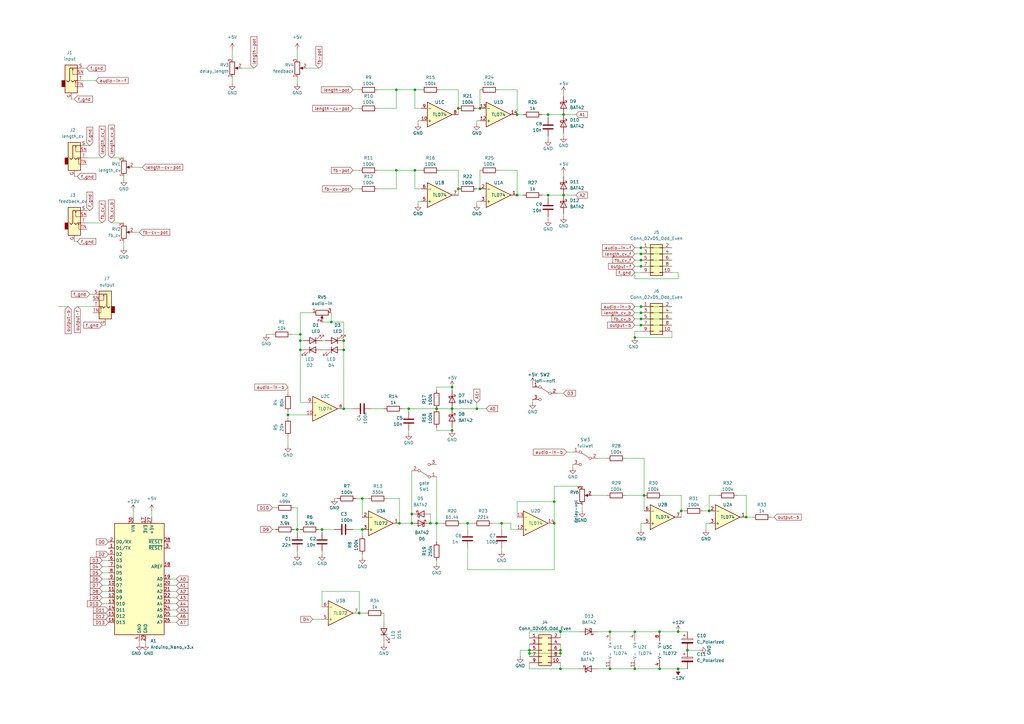
<source format=kicad_sch>
(kicad_sch (version 20231120) (generator "eeschema") (generator_version "8.0")
  (paper "A3")
  (title_block (title "No-fi delay") (rev "1.0") (company "Krakenpine"))
  (junction (at 140.97 143.51))
  (junction (at 212.09 80.01))
  (junction (at 185.42 176.53))
  (junction (at 179.07 214.63))
  (junction (at 231.14 80.01))
  (junction (at 278.13 259.08))
  (junction (at 168.91 214.63))
  (junction (at 196.85 77.47))
  (junction (at 250.19 274.32))
  (junction (at 217.17 267.97))
  (junction (at 167.64 167.64))
  (junction (at 260.35 138.43))
  (junction (at 205.74 214.63))
  (junction (at 224.79 46.99))
  (junction (at 262.89 101.6))
  (junction (at 135.89 132.08))
  (junction (at 262.89 106.68))
  (junction (at 262.89 128.27))
  (junction (at 217.17 266.7))
  (junction (at 262.89 133.35))
  (junction (at 262.89 104.14))
  (junction (at 123.19 143.51))
  (junction (at 123.19 139.7))
  (junction (at 224.79 80.01))
  (junction (at 290.83 209.55))
  (junction (at 162.56 36.83))
  (junction (at 281.94 266.7))
  (junction (at 229.87 259.08))
  (junction (at 140.97 167.64))
  (junction (at 278.13 274.32))
  (junction (at 227.33 214.63))
  (junction (at 195.58 167.64))
  (junction (at 306.07 212.09))
  (junction (at 260.35 274.32))
  (junction (at 168.91 210.82))
  (junction (at 260.35 259.08))
  (junction (at 148.59 217.17))
  (junction (at 170.18 69.85))
  (junction (at 132.08 217.17))
  (junction (at 262.89 125.73))
  (junction (at 229.87 266.7))
  (junction (at 123.19 137.16))
  (junction (at 176.53 214.63))
  (junction (at 147.32 251.46))
  (junction (at 185.42 167.64))
  (junction (at 262.89 130.81))
  (junction (at 250.19 259.08))
  (junction (at 264.16 203.2))
  (junction (at 179.07 167.64))
  (junction (at 262.89 109.22))
  (junction (at 227.33 205.74))
  (junction (at 118.11 170.18))
  (junction (at 140.97 139.7))
  (junction (at 229.87 274.32))
  (junction (at 148.59 204.47))
  (junction (at 185.42 158.75))
  (junction (at 163.83 214.63))
  (junction (at 187.96 77.47))
  (junction (at 231.14 46.99))
  (junction (at 187.96 44.45))
  (junction (at 229.87 267.97))
  (junction (at 279.4 209.55))
  (junction (at 170.18 36.83))
  (junction (at 121.92 217.17))
  (junction (at 191.77 214.63))
  (junction (at 162.56 69.85))
  (junction (at 196.85 44.45))
  (junction (at 270.51 274.32))
  (junction (at 270.51 259.08))
  (junction (at 212.09 46.99))
  (wire (pts (xy 119.38 137.16) (xy 123.19 137.16)))
  (wire (pts (xy 229.87 267.97) (xy 229.87 266.7)))
  (wire (pts (xy 185.42 158.75) (xy 185.42 160.02)))
  (wire (pts (xy 260.35 106.68) (xy 262.89 106.68)))
  (wire (pts (xy 140.97 167.64) (xy 144.78 167.64)))
  (wire (pts (xy 179.07 176.53) (xy 185.42 176.53)))
  (wire (pts (xy 209.55 217.17) (xy 209.55 214.63)))
  (wire (pts (xy 224.79 80.01) (xy 224.79 81.28)))
  (wire (pts (xy 262.89 106.68) (xy 275.59 106.68)))
  (wire (pts (xy 195.58 49.53) (xy 195.58 50.8)))
  (wire (pts (xy 38.1 125.73) (xy 31.75 125.73)))
  (wire (pts (xy 69.85 237.49) (xy 72.39 237.49)))
  (wire (pts (xy 278.13 111.76) (xy 278.13 114.3)))
  (wire (pts (xy 264.16 187.96) (xy 264.16 203.2)))
  (wire (pts (xy 69.85 242.57) (xy 72.39 242.57)))
  (wire (pts (xy 245.11 259.08) (xy 250.19 259.08)))
  (wire (pts (xy 217.17 274.32) (xy 229.87 274.32)))
  (wire (pts (xy 163.83 204.47) (xy 163.83 214.63)))
  (wire (pts (xy 132.08 143.51) (xy 133.35 143.51)))
  (wire (pts (xy 167.64 167.64) (xy 167.64 168.91)))
  (wire (pts (xy 147.32 242.57) (xy 147.32 251.46)))
  (wire (pts (xy 231.14 71.12) (xy 231.14 72.39)))
  (wire (pts (xy 275.59 138.43) (xy 260.35 138.43)))
  (wire (pts (xy 148.59 204.47) (xy 151.13 204.47)))
  (wire (pts (xy 124.46 139.7) (xy 123.19 139.7)))
  (wire (pts (xy 290.83 209.55) (xy 290.83 203.2)))
  (wire (pts (xy 121.92 217.17) (xy 121.92 218.44)))
  (wire (pts (xy 41.91 229.87) (xy 44.45 229.87)))
  (wire (pts (xy 121.92 217.17) (xy 123.19 217.17)))
  (wire (pts (xy 180.34 69.85) (xy 187.96 69.85)))
  (wire (pts (xy 54.61 209.55) (xy 54.61 212.09)))
  (wire (pts (xy 118.11 168.91) (xy 118.11 170.18)))
  (wire (pts (xy 118.11 170.18) (xy 118.11 171.45)))
  (wire (pts (xy 217.17 267.97) (xy 229.87 267.97)))
  (wire (pts (xy 132.08 139.7) (xy 133.35 139.7)))
  (wire (pts (xy 154.94 77.47) (xy 162.56 77.47)))
  (wire (pts (xy 132.08 242.57) (xy 147.32 242.57)))
  (wire (pts (xy 238.76 209.55) (xy 238.76 207.01)))
  (wire (pts (xy 205.74 224.79) (xy 205.74 226.06)))
  (wire (pts (xy 179.07 175.26) (xy 179.07 176.53)))
  (wire (pts (xy 260.35 114.3) (xy 260.35 111.76)))
  (wire (pts (xy 196.85 36.83) (xy 196.85 44.45)))
  (wire (pts (xy 41.91 234.95) (xy 44.45 234.95)))
  (wire (pts (xy 262.89 109.22) (xy 275.59 109.22)))
  (wire (pts (xy 275.59 135.89) (xy 275.59 138.43)))
  (wire (pts (xy 218.44 157.48) (xy 218.44 158.75)))
  (wire (pts (xy 123.19 143.51) (xy 123.19 165.1)))
  (wire (pts (xy 162.56 69.85) (xy 170.18 69.85)))
  (wire (pts (xy 45.72 91.44) (xy 50.8 91.44)))
  (wire (pts (xy 204.47 69.85) (xy 212.09 69.85)))
  (wire (pts (xy 242.57 203.2) (xy 248.92 203.2)))
  (wire (pts (xy 250.19 274.32) (xy 260.35 274.32)))
  (wire (pts (xy 262.89 101.6) (xy 275.59 101.6)))
  (wire (pts (xy 288.29 209.55) (xy 290.83 209.55)))
  (wire (pts (xy 36.83 120.65) (xy 38.1 120.65)))
  (wire (pts (xy 191.77 233.68) (xy 227.33 233.68)))
  (wire (pts (xy 69.85 240.03) (xy 72.39 240.03)))
  (wire (pts (xy 35.56 91.44) (xy 41.91 91.44)))
  (wire (pts (xy 35.56 27.94) (xy 34.29 27.94)))
  (wire (pts (xy 278.13 274.32) (xy 281.94 274.32)))
  (wire (pts (xy 154.94 36.83) (xy 162.56 36.83)))
  (wire (pts (xy 144.78 77.47) (xy 147.32 77.47)))
  (wire (pts (xy 163.83 214.63) (xy 168.91 214.63)))
  (wire (pts (xy 278.13 259.08) (xy 281.94 259.08)))
  (wire (pts (xy 132.08 248.92) (xy 132.08 242.57)))
  (wire (pts (xy 170.18 44.45) (xy 172.72 44.45)))
  (wire (pts (xy 229.87 264.16) (xy 229.87 266.7)))
  (wire (pts (xy 212.09 212.09) (xy 212.09 205.74)))
  (wire (pts (xy 262.89 214.63) (xy 264.16 214.63)))
  (wire (pts (xy 229.87 267.97) (xy 229.87 269.24)))
  (wire (pts (xy 279.4 209.55) (xy 279.4 212.09)))
  (wire (pts (xy 260.35 104.14) (xy 262.89 104.14)))
  (wire (pts (xy 217.17 259.08) (xy 217.17 261.62)))
  (wire (pts (xy 195.58 82.55) (xy 195.58 83.82)))
  (wire (pts (xy 132.08 217.17) (xy 137.16 217.17)))
  (wire (pts (xy 140.97 132.08) (xy 140.97 139.7)))
  (wire (pts (xy 227.33 199.39) (xy 227.33 205.74)))
  (wire (pts (xy 195.58 44.45) (xy 196.85 44.45)))
  (wire (pts (xy 58.42 68.58) (xy 54.61 68.58)))
  (wire (pts (xy 238.76 199.39) (xy 227.33 199.39)))
  (wire (pts (xy 234.95 190.5) (xy 234.95 191.77)))
  (wire (pts (xy 165.1 167.64) (xy 167.64 167.64)))
  (wire (pts (xy 170.18 69.85) (xy 172.72 69.85)))
  (wire (pts (xy 41.91 245.11) (xy 44.45 245.11)))
  (wire (pts (xy 180.34 36.83) (xy 187.96 36.83)))
  (wire (pts (xy 229.87 261.62) (xy 229.87 259.08)))
  (wire (pts (xy 167.64 167.64) (xy 179.07 167.64)))
  (wire (pts (xy 289.56 214.63) (xy 290.83 214.63)))
  (wire (pts (xy 224.79 55.88) (xy 224.79 57.15)))
  (wire (pts (xy 275.59 111.76) (xy 278.13 111.76)))
  (wire (pts (xy 260.35 101.6) (xy 262.89 101.6)))
  (wire (pts (xy 109.22 137.16) (xy 111.76 137.16)))
  (wire (pts (xy 69.85 247.65) (xy 72.39 247.65)))
  (wire (pts (xy 95.25 34.29) (xy 95.25 31.75)))
  (wire (pts (xy 260.35 274.32) (xy 270.51 274.32)))
  (wire (pts (xy 245.11 274.32) (xy 250.19 274.32)))
  (wire (pts (xy 41.91 242.57) (xy 44.45 242.57)))
  (wire (pts (xy 250.19 259.08) (xy 260.35 259.08)))
  (wire (pts (xy 222.25 80.01) (xy 224.79 80.01)))
  (wire (pts (xy 217.17 264.16) (xy 217.17 266.7)))
  (wire (pts (xy 179.07 158.75) (xy 179.07 160.02)))
  (wire (pts (xy 179.07 214.63) (xy 181.61 214.63)))
  (wire (pts (xy 205.74 214.63) (xy 205.74 217.17)))
  (wire (pts (xy 289.56 217.17) (xy 289.56 214.63)))
  (wire (pts (xy 224.79 88.9) (xy 224.79 90.17)))
  (wire (pts (xy 270.51 259.08) (xy 278.13 259.08)))
  (wire (pts (xy 201.93 214.63) (xy 205.74 214.63)))
  (wire (pts (xy 144.78 36.83) (xy 147.32 36.83)))
  (wire (pts (xy 121.92 34.29) (xy 121.92 31.75)))
  (wire (pts (xy 35.56 64.77) (xy 41.91 64.77)))
  (wire (pts (xy 231.14 38.1) (xy 231.14 39.37)))
  (wire (pts (xy 137.16 204.47) (xy 138.43 204.47)))
  (wire (pts (xy 231.14 80.01) (xy 236.22 80.01)))
  (wire (pts (xy 262.89 130.81) (xy 275.59 130.81)))
  (wire (pts (xy 231.14 87.63) (xy 231.14 88.9)))
  (wire (pts (xy 270.51 274.32) (xy 278.13 274.32)))
  (wire (pts (xy 260.35 133.35) (xy 262.89 133.35)))
  (wire (pts (xy 162.56 69.85) (xy 162.56 77.47)))
  (wire (pts (xy 187.96 69.85) (xy 187.96 77.47)))
  (wire (pts (xy 185.42 167.64) (xy 195.58 167.64)))
  (wire (pts (xy 128.27 128.27) (xy 123.19 128.27)))
  (wire (pts (xy 157.48 251.46) (xy 157.48 255.27)))
  (wire (pts (xy 195.58 167.64) (xy 199.39 167.64)))
  (wire (pts (xy 260.35 111.76) (xy 262.89 111.76)))
  (wire (pts (xy 279.4 203.2) (xy 279.4 209.55)))
  (wire (pts (xy 148.59 204.47) (xy 148.59 212.09)))
  (wire (pts (xy 262.89 133.35) (xy 275.59 133.35)))
  (wire (pts (xy 179.07 167.64) (xy 185.42 167.64)))
  (wire (pts (xy 176.53 210.82) (xy 176.53 214.63)))
  (wire (pts (xy 135.89 132.08) (xy 140.97 132.08)))
  (wire (pts (xy 278.13 114.3) (xy 260.35 114.3)))
  (wire (pts (xy 50.8 72.39) (xy 50.8 73.66)))
  (wire (pts (xy 290.83 203.2) (xy 294.64 203.2)))
  (wire (pts (xy 306.07 212.09) (xy 308.61 212.09)))
  (wire (pts (xy 212.09 217.17) (xy 209.55 217.17)))
  (wire (pts (xy 279.4 209.55) (xy 280.67 209.55)))
  (wire (pts (xy 41.91 232.41) (xy 44.45 232.41)))
  (wire (pts (xy 168.91 193.04) (xy 168.91 210.82)))
  (wire (pts (xy 144.78 217.17) (xy 148.59 217.17)))
  (wire (pts (xy 62.23 209.55) (xy 62.23 212.09)))
  (wire (pts (xy 162.56 36.83) (xy 170.18 36.83)))
  (wire (pts (xy 123.19 137.16) (xy 123.19 139.7)))
  (wire (pts (xy 260.35 138.43) (xy 260.35 135.89)))
  (wire (pts (xy 162.56 36.83) (xy 162.56 44.45)))
  (wire (pts (xy 229.87 271.78) (xy 229.87 274.32)))
  (wire (pts (xy 260.35 128.27) (xy 262.89 128.27)))
  (wire (pts (xy 176.53 214.63) (xy 179.07 214.63)))
  (wire (pts (xy 231.14 46.99) (xy 236.22 46.99)))
  (wire (pts (xy 69.85 252.73) (xy 72.39 252.73)))
  (wire (pts (xy 271.78 203.2) (xy 279.4 203.2)))
  (wire (pts (xy 224.79 80.01) (xy 231.14 80.01)))
  (wire (pts (xy 99.06 27.94) (xy 104.14 27.94)))
  (wire (pts (xy 167.64 176.53) (xy 167.64 177.8)))
  (wire (pts (xy 135.89 128.27) (xy 135.89 132.08)))
  (wire (pts (xy 187.96 44.45) (xy 187.96 46.99)))
  (wire (pts (xy 172.72 49.53) (xy 171.45 49.53)))
  (wire (pts (xy 123.19 165.1) (xy 125.73 165.1)))
  (wire (pts (xy 59.69 264.16) (xy 59.69 262.89)))
  (wire (pts (xy 41.91 237.49) (xy 44.45 237.49)))
  (wire (pts (xy 95.25 20.32) (xy 95.25 24.13)))
  (wire (pts (xy 217.17 267.97) (xy 217.17 269.24)))
  (wire (pts (xy 111.76 217.17) (xy 113.03 217.17)))
  (wire (pts (xy 217.17 266.7) (xy 213.36 266.7)))
  (wire (pts (xy 128.27 254) (xy 132.08 254)))
  (wire (pts (xy 187.96 77.47) (xy 187.96 80.01)))
  (wire (pts (xy 195.58 165.1) (xy 195.58 167.64)))
  (wire (pts (xy 262.89 104.14) (xy 275.59 104.14)))
  (wire (pts (xy 69.85 250.19) (xy 72.39 250.19)))
  (wire (pts (xy 170.18 77.47) (xy 170.18 69.85)))
  (wire (pts (xy 264.16 203.2) (xy 264.16 209.55)))
  (wire (pts (xy 205.74 214.63) (xy 209.55 214.63)))
  (wire (pts (xy 191.77 214.63) (xy 194.31 214.63)))
  (wire (pts (xy 132.08 217.17) (xy 132.08 218.44)))
  (wire (pts (xy 30.48 40.64) (xy 29.21 40.64)))
  (wire (pts (xy 130.81 217.17) (xy 132.08 217.17)))
  (wire (pts (xy 111.76 208.28) (xy 113.03 208.28)))
  (wire (pts (xy 69.85 255.27) (xy 72.39 255.27)))
  (wire (pts (xy 57.15 95.25) (xy 54.61 95.25)))
  (wire (pts (xy 204.47 36.83) (xy 212.09 36.83)))
  (wire (pts (xy 123.19 139.7) (xy 123.19 143.51)))
  (wire (pts (xy 191.77 224.79) (xy 191.77 233.68)))
  (wire (pts (xy 120.65 208.28) (xy 121.92 208.28)))
  (wire (pts (xy 152.4 167.64) (xy 157.48 167.64)))
  (wire (pts (xy 172.72 82.55) (xy 171.45 82.55)))
  (wire (pts (xy 227.33 233.68) (xy 227.33 214.63)))
  (wire (pts (xy 121.92 20.32) (xy 121.92 24.13)))
  (wire (pts (xy 36.83 59.69) (xy 35.56 59.69)))
  (wire (pts (xy 41.91 240.03) (xy 44.45 240.03)))
  (wire (pts (xy 179.07 214.63) (xy 179.07 222.25)))
  (wire (pts (xy 212.09 205.74) (xy 227.33 205.74)))
  (wire (pts (xy 123.19 128.27) (xy 123.19 137.16)))
  (wire (pts (xy 121.92 226.06) (xy 121.92 227.33)))
  (wire (pts (xy 218.44 163.83) (xy 218.44 165.1)))
  (wire (pts (xy 171.45 82.55) (xy 171.45 83.82)))
  (wire (pts (xy 144.78 44.45) (xy 147.32 44.45)))
  (wire (pts (xy 231.14 54.61) (xy 231.14 55.88)))
  (wire (pts (xy 260.35 135.89) (xy 262.89 135.89)))
  (wire (pts (xy 260.35 109.22) (xy 262.89 109.22)))
  (wire (pts (xy 224.79 46.99) (xy 224.79 48.26)))
  (wire (pts (xy 125.73 27.94) (xy 130.81 27.94)))
  (wire (pts (xy 316.23 212.09) (xy 317.5 212.09)))
  (wire (pts (xy 260.35 259.08) (xy 270.51 259.08)))
  (wire (pts (xy 69.85 245.11) (xy 72.39 245.11)))
  (wire (pts (xy 179.07 229.87) (xy 179.07 231.14)))
  (wire (pts (xy 170.18 36.83) (xy 172.72 36.83)))
  (wire (pts (xy 260.35 125.73) (xy 262.89 125.73)))
  (wire (pts (xy 256.54 187.96) (xy 264.16 187.96)))
  (wire (pts (xy 232.41 185.42) (xy 234.95 185.42)))
  (wire (pts (xy 120.65 217.17) (xy 121.92 217.17)))
  (wire (pts (xy 196.85 49.53) (xy 195.58 49.53)))
  (wire (pts (xy 185.42 175.26) (xy 185.42 176.53)))
  (wire (pts (xy 212.09 80.01) (xy 214.63 80.01)))
  (wire (pts (xy 262.89 125.73) (xy 275.59 125.73)))
  (wire (pts (xy 148.59 217.17) (xy 148.59 219.71)))
  (wire (pts (xy 281.94 266.7) (xy 287.02 266.7)))
  (wire (pts (xy 217.17 266.7) (xy 217.17 267.97)))
  (wire (pts (xy 212.09 36.83) (xy 212.09 46.99)))
  (wire (pts (xy 140.97 139.7) (xy 140.97 143.51)))
  (wire (pts (xy 260.35 130.81) (xy 262.89 130.81)))
  (wire (pts (xy 140.97 143.51) (xy 140.97 167.64)))
  (wire (pts (xy 302.26 203.2) (xy 306.07 203.2)))
  (wire (pts (xy 157.48 262.89) (xy 157.48 264.16)))
  (wire (pts (xy 41.91 247.65) (xy 44.45 247.65)))
  (wire (pts (xy 213.36 266.7) (xy 213.36 269.24)))
  (wire (pts (xy 256.54 203.2) (xy 264.16 203.2)))
  (wire (pts (xy 229.87 274.32) (xy 237.49 274.32)))
  (wire (pts (xy 217.17 271.78) (xy 217.17 274.32)))
  (wire (pts (xy 195.58 77.47) (xy 196.85 77.47)))
  (wire (pts (xy 168.91 210.82) (xy 168.91 214.63)))
  (wire (pts (xy 187.96 36.83) (xy 187.96 44.45)))
  (wire (pts (xy 118.11 182.88) (xy 118.11 179.07)))
  (wire (pts (xy 144.78 69.85) (xy 147.32 69.85)))
  (wire (pts (xy 57.15 264.16) (xy 57.15 262.89)))
  (wire (pts (xy 229.87 259.08) (xy 217.17 259.08)))
  (wire (pts (xy 262.89 128.27) (xy 275.59 128.27)))
  (wire (pts (xy 191.77 214.63) (xy 191.77 217.17)))
  (wire (pts (xy 146.05 204.47) (xy 148.59 204.47)))
  (wire (pts (xy 124.46 143.51) (xy 123.19 143.51)))
  (wire (pts (xy 170.18 44.45) (xy 170.18 36.83)))
  (wire (pts (xy 228.6 161.29) (xy 231.14 161.29)))
  (wire (pts (xy 132.08 226.06) (xy 132.08 227.33)))
  (wire (pts (xy 45.72 64.77) (xy 50.8 64.77)))
  (wire (pts (xy 170.18 77.47) (xy 172.72 77.47)))
  (wire (pts (xy 196.85 82.55) (xy 195.58 82.55)))
  (wire (pts (xy 158.75 204.47) (xy 163.83 204.47)))
  (wire (pts (xy 36.83 86.36) (xy 35.56 86.36)))
  (wire (pts (xy 224.79 46.99) (xy 231.14 46.99)))
  (wire (pts (xy 227.33 205.74) (xy 227.33 214.63)))
  (wire (pts (xy 212.09 69.85) (xy 212.09 80.01)))
  (wire (pts (xy 50.8 101.6) (xy 50.8 99.06)))
  (wire (pts (xy 31.75 72.39) (xy 30.48 72.39)))
  (wire (pts (xy 154.94 69.85) (xy 162.56 69.85)))
  (wire (pts (xy 171.45 49.53) (xy 171.45 50.8)))
  (wire (pts (xy 118.11 170.18) (xy 125.73 170.18)))
  (wire (pts (xy 185.42 158.75) (xy 179.07 158.75)))
  (wire (pts (xy 132.08 132.08) (xy 135.89 132.08)))
  (wire (pts (xy 154.94 44.45) (xy 162.56 44.45)))
  (wire (pts (xy 179.07 195.58) (xy 179.07 214.63)))
  (wire (pts (xy 147.32 251.46) (xy 149.86 251.46)))
  (wire (pts (xy 31.75 99.06) (xy 30.48 99.06)))
  (wire (pts (xy 196.85 69.85) (xy 196.85 77.47)))
  (wire (pts (xy 41.91 133.35) (xy 43.18 133.35)))
  (wire (pts (xy 262.89 217.17) (xy 262.89 214.63)))
  (wire (pts (xy 121.92 208.28) (xy 121.92 217.17)))
  (wire (pts (xy 118.11 158.75) (xy 118.11 161.29)))
  (wire (pts (xy 229.87 259.08) (xy 237.49 259.08)))
  (wire (pts (xy 306.07 203.2) (xy 306.07 212.09)))
  (wire (pts (xy 222.25 46.99) (xy 224.79 46.99)))
  (wire (pts (xy 212.09 46.99) (xy 214.63 46.99)))
  (wire (pts (xy 27.94 125.73) (xy 24.13 125.73)))
  (wire (pts (xy 245.11 187.96) (xy 248.92 187.96)))
  (wire (pts (xy 34.29 33.02) (xy 39.37 33.02)))
  (wire (pts (xy 148.59 227.33) (xy 148.59 228.6)))
  (wire (pts (xy 189.23 214.63) (xy 191.77 214.63)))
  (global_label "A0" (shape input) (at 199.39 167.64 0) (property "Intersheetrefs" "${INTERSHEET_REFS}" (effects (hide yes))))
  (global_label "D5" (shape input) (at 41.91 234.95 180) (property "Intersheetrefs" "${INTERSHEET_REFS}" (effects (hide yes))))
  (global_label "A2" (shape input) (at 236.22 80.01 0) (property "Intersheetrefs" "${INTERSHEET_REFS}" (effects (hide yes))))
  (global_label "A1" (shape input) (at 72.39 240.03 0) (property "Intersheetrefs" "${INTERSHEET_REFS}" (effects (hide yes))))
  (global_label "D3" (shape input) (at 231.14 161.29 0) (property "Intersheetrefs" "${INTERSHEET_REFS}" (effects (hide yes))))
  (global_label "D6" (shape input) (at 41.91 237.49 180) (property "Intersheetrefs" "${INTERSHEET_REFS}" (effects (hide yes))))
  (global_label "f_gnd" (shape input) (at 36.83 86.36 90) (property "Intersheetrefs" "${INTERSHEET_REFS}" (effects (hide yes))))
  (global_label "D0" (shape input) (at 44.45 222.25 180) (property "Intersheetrefs" "${INTERSHEET_REFS}" (effects (hide yes))))
  (global_label "f_gnd" (shape input) (at 260.35 111.76 180) (property "Intersheetrefs" "${INTERSHEET_REFS}" (effects (hide yes))))
  (global_label "D3" (shape input) (at 41.91 229.87 180) (property "Intersheetrefs" "${INTERSHEET_REFS}" (effects (hide yes))))
  (global_label "f_gnd" (shape input) (at 35.56 27.94 0) (property "Intersheetrefs" "${INTERSHEET_REFS}" (effects (hide yes))))
  (global_label "f_gnd" (shape input) (at 36.83 59.69 90) (property "Intersheetrefs" "${INTERSHEET_REFS}" (effects (hide yes))))
  (global_label "output-b" (shape input) (at 260.35 133.35 180) (property "Intersheetrefs" "${INTERSHEET_REFS}" (effects (hide yes))))
  (global_label "D12" (shape input) (at 44.45 252.73 180) (property "Intersheetrefs" "${INTERSHEET_REFS}" (effects (hide yes))))
  (global_label "fb-cv-pot" (shape input) (at 57.15 95.25 0) (property "Intersheetrefs" "${INTERSHEET_REFS}" (effects (hide yes))))
  (global_label "audio-in-b" (shape input) (at 118.11 158.75 180) (property "Intersheetrefs" "${INTERSHEET_REFS}" (effects (hide yes))))
  (global_label "length_cv_b" (shape input) (at 260.35 128.27 180) (property "Intersheetrefs" "${INTERSHEET_REFS}" (effects (hide yes))))
  (global_label "fb_cv_b" (shape input) (at 45.72 91.44 90) (property "Intersheetrefs" "${INTERSHEET_REFS}" (effects (hide yes))))
  (global_label "fb-pot" (shape input) (at 144.78 69.85 180) (property "Intersheetrefs" "${INTERSHEET_REFS}" (effects (hide yes))))
  (global_label "f_gnd" (shape input) (at 31.75 99.06 0) (property "Intersheetrefs" "${INTERSHEET_REFS}" (effects (hide yes))))
  (global_label "length-cv-pot" (shape input) (at 144.78 44.45 180) (property "Intersheetrefs" "${INTERSHEET_REFS}" (effects (hide yes))))
  (global_label "A6" (shape input) (at 72.39 252.73 0) (property "Intersheetrefs" "${INTERSHEET_REFS}" (effects (hide yes))))
  (global_label "D9" (shape input) (at 111.76 217.17 180) (property "Intersheetrefs" "${INTERSHEET_REFS}" (effects (hide yes))))
  (global_label "output-b" (shape input) (at 317.5 212.09 0) (property "Intersheetrefs" "${INTERSHEET_REFS}" (effects (hide yes))))
  (global_label "length-pot" (shape input) (at 144.78 36.83 180) (property "Intersheetrefs" "${INTERSHEET_REFS}" (effects (hide yes))))
  (global_label "length_cv_f" (shape input) (at 41.91 64.77 90) (property "Intersheetrefs" "${INTERSHEET_REFS}" (effects (hide yes))))
  (global_label "output-b" (shape input) (at 27.94 125.73 270) (property "Intersheetrefs" "${INTERSHEET_REFS}" (effects (hide yes))))
  (global_label "D9" (shape input) (at 41.91 245.11 180) (property "Intersheetrefs" "${INTERSHEET_REFS}" (effects (hide yes))))
  (global_label "length-cv-pot" (shape input) (at 58.42 68.58 0) (property "Intersheetrefs" "${INTERSHEET_REFS}" (effects (hide yes))))
  (global_label "fb-cv-pot" (shape input) (at 144.78 77.47 180) (property "Intersheetrefs" "${INTERSHEET_REFS}" (effects (hide yes))))
  (global_label "A1r" (shape input) (at 195.58 165.1 90) (property "Intersheetrefs" "${INTERSHEET_REFS}" (effects (hide yes))))
  (global_label "audio-in-b" (shape input) (at 260.35 125.73 180) (property "Intersheetrefs" "${INTERSHEET_REFS}" (effects (hide yes))))
  (global_label "D11" (shape input) (at 44.45 250.19 180) (property "Intersheetrefs" "${INTERSHEET_REFS}" (effects (hide yes))))
  (global_label "D8" (shape input) (at 41.91 242.57 180) (property "Intersheetrefs" "${INTERSHEET_REFS}" (effects (hide yes))))
  (global_label "f_gnd" (shape input) (at 41.91 133.35 180) (property "Intersheetrefs" "${INTERSHEET_REFS}" (effects (hide yes))))
  (global_label "D13" (shape input) (at 44.45 255.27 180) (property "Intersheetrefs" "${INTERSHEET_REFS}" (effects (hide yes))))
  (global_label "A0" (shape input) (at 72.39 237.49 0) (property "Intersheetrefs" "${INTERSHEET_REFS}" (effects (hide yes))))
  (global_label "A3" (shape input) (at 72.39 245.11 0) (property "Intersheetrefs" "${INTERSHEET_REFS}" (effects (hide yes))))
  (global_label "fb_cv_f" (shape input) (at 41.91 91.44 90) (property "Intersheetrefs" "${INTERSHEET_REFS}" (effects (hide yes))))
  (global_label "length_cv_f" (shape input) (at 260.35 104.14 180) (property "Intersheetrefs" "${INTERSHEET_REFS}" (effects (hide yes))))
  (global_label "f_gnd" (shape input) (at 30.48 40.64 0) (property "Intersheetrefs" "${INTERSHEET_REFS}" (effects (hide yes))))
  (global_label "D7" (shape input) (at 41.91 240.03 180) (property "Intersheetrefs" "${INTERSHEET_REFS}" (effects (hide yes))))
  (global_label "fb_cv_b" (shape input) (at 260.35 130.81 180) (property "Intersheetrefs" "${INTERSHEET_REFS}" (effects (hide yes))))
  (global_label "length_cv_b" (shape input) (at 45.72 64.77 90) (property "Intersheetrefs" "${INTERSHEET_REFS}" (effects (hide yes))))
  (global_label "f_gnd" (shape input) (at 31.75 72.39 0) (property "Intersheetrefs" "${INTERSHEET_REFS}" (effects (hide yes))))
  (global_label "A5" (shape input) (at 72.39 250.19 0) (property "Intersheetrefs" "${INTERSHEET_REFS}" (effects (hide yes))))
  (global_label "A7" (shape input) (at 72.39 255.27 0) (property "Intersheetrefs" "${INTERSHEET_REFS}" (effects (hide yes))))
  (global_label "length-pot" (shape input) (at 104.14 27.94 90) (property "Intersheetrefs" "${INTERSHEET_REFS}" (effects (hide yes))))
  (global_label "A2" (shape input) (at 72.39 242.57 0) (property "Intersheetrefs" "${INTERSHEET_REFS}" (effects (hide yes))))
  (global_label "D4" (shape input) (at 128.27 254 180) (property "Intersheetrefs" "${INTERSHEET_REFS}" (effects (hide yes))))
  (global_label "audio-in-f" (shape input) (at 260.35 101.6 180) (property "Intersheetrefs" "${INTERSHEET_REFS}" (effects (hide yes))))
  (global_label "output-f" (shape input) (at 31.75 125.73 270) (property "Intersheetrefs" "${INTERSHEET_REFS}" (effects (hide yes))))
  (global_label "A4" (shape input) (at 72.39 247.65 0) (property "Intersheetrefs" "${INTERSHEET_REFS}" (effects (hide yes))))
  (global_label "f_gnd" (shape input) (at 36.83 120.65 180) (property "Intersheetrefs" "${INTERSHEET_REFS}" (effects (hide yes))))
  (global_label "A1" (shape input) (at 236.22 46.99 0) (property "Intersheetrefs" "${INTERSHEET_REFS}" (effects (hide yes))))
  (global_label "D10" (shape input) (at 111.76 208.28 180) (property "Intersheetrefs" "${INTERSHEET_REFS}" (effects (hide yes))))
  (global_label "audio-in-b" (shape input) (at 232.41 185.42 180) (property "Intersheetrefs" "${INTERSHEET_REFS}" (effects (hide yes))))
  (global_label "fb-pot" (shape input) (at 130.81 27.94 90) (property "Intersheetrefs" "${INTERSHEET_REFS}" (effects (hide yes))))
  (global_label "fb_cv_f" (shape input) (at 260.35 106.68 180) (property "Intersheetrefs" "${INTERSHEET_REFS}" (effects (hide yes))))
  (global_label "D2" (shape input) (at 44.45 227.33 180) (property "Intersheetrefs" "${INTERSHEET_REFS}" (effects (hide yes))))
  (global_label "D4" (shape input) (at 41.91 232.41 180) (property "Intersheetrefs" "${INTERSHEET_REFS}" (effects (hide yes))))
  (global_label "D10" (shape input) (at 41.91 247.65 180) (property "Intersheetrefs" "${INTERSHEET_REFS}" (effects (hide yes))))
  (global_label "audio-in-f" (shape input) (at 39.37 33.02 0) (property "Intersheetrefs" "${INTERSHEET_REFS}" (effects (hide yes))))
  (global_label "output-f" (shape input) (at 260.35 109.22 180) (property "Intersheetrefs" "${INTERSHEET_REFS}" (effects (hide yes))))
  (symbol (lib_id "Device:R") (at 312.42 212.09 90) (unit 1)
    (property "Reference" "R33" (at 312.42 207.01 90))
    (property "Value" "1k" (at 312.42 209.55 90))
    (property "Footprint" "omat:Resistor_oma1" (effects (hide yes)))
  )
  (symbol (lib_id "Device:R_Potentiometer") (at 238.76 203.2 0) (mirror x) (unit 1)
    (property "Reference" "RV6" (at 237.49 201.9299 0) (effects (justify right)))
    (property "Value" "delay-vol" (at 236.22 214.63 90) (effects (justify right)))
    (property "Footprint" "omat:Potentiometer_Alpha_RD901F-40-00D_Single_Vertical_CircularHoles_Middle" (effects (hide yes)))
  )
  (symbol (lib_id "Diode:BAT42") (at 185.42 171.45 270) (unit 1)
    (property "Reference" "D8" (at 187.96 169.8624 90) (effects (justify left)))
    (property "Value" "BAT42" (at 187.96 172.4024 90) (effects (justify left)))
    (property "Footprint" "Diode_THT:D_DO-35_SOD27_P7.62mm_Horizontal" (effects (hide yes)))
    (property "Datasheet" "http://www.vishay.com/docs/85660/bat42.pdf" (effects (hide yes)))
  )
  (symbol (lib_id "Device:R") (at 161.29 167.64 90) (unit 1)
    (property "Reference" "R14" (at 161.29 162.56 90))
    (property "Value" "1k" (at 161.29 165.1 90))
    (property "Footprint" "omat:Resistor_oma1" (effects (hide yes)))
  )
  (symbol (lib_id "power:GND") (at 95.25 34.29 0) (unit 1)
    (property "Reference" "#PWR08" (effects (hide yes)))
    (property "Value" "GND" (at 95.25 38.1 0))
  )
  (symbol (lib_id "power:GND") (at 260.35 138.43 0) (unit 1)
    (property "Reference" "#PWR043" (effects (hide yes)))
    (property "Value" "GND" (at 257.81 142.24 0) (effects (justify left)))
  )
  (symbol (lib_id "Switch:SW_SPDT") (at 223.52 161.29 0) (mirror y) (unit 1)
    (property "Reference" "SW2" (at 223.52 153.67 0))
    (property "Value" "lofi-nofi" (at 223.52 156.21 0))
    (property "Footprint" "omat:submini switch" (effects (hide yes)))
  )
  (symbol (lib_id "power:GND") (at 118.11 182.88 0) (unit 1)
    (property "Reference" "#PWR010" (effects (hide yes)))
    (property "Value" "GND" (at 118.11 186.69 0))
  )
  (symbol (lib_id "Device:C") (at 224.79 52.07 0) (unit 1)
    (property "Reference" "C8" (at 219.71 50.8 0) (effects (justify left)))
    (property "Value" "10n" (at 218.44 53.34 0) (effects (justify left)))
    (property "Footprint" "Capacitor_THT:C_Rect_L7.0mm_W2.5mm_P5.00mm" (effects (hide yes)))
  )
  (symbol (lib_id "Amplifier_Operational:TL074") (at 252.73 266.7 0) (unit 5)
    (property "Reference" "U1" (at 251.46 265.4299 0) (effects (justify left)))
    (property "Value" "TL074" (at 251.46 267.9699 0) (effects (justify left)))
    (property "Footprint" "Package_DIP:DIP-14_W7.62mm" (effects (hide yes)))
    (property "Datasheet" "http://www.ti.com/lit/ds/symlink/tl071.pdf" (effects (hide yes)))
  )
  (symbol (lib_id "Device:R") (at 151.13 36.83 90) (unit 1)
    (property "Reference" "R9" (at 151.13 31.75 90))
    (property "Value" "100k" (at 151.13 34.29 90))
    (property "Footprint" "omat:Resistor_oma1" (effects (hide yes)))
  )
  (symbol (lib_id "Amplifier_Operational:TL072") (at 156.21 214.63 0) (mirror x) (unit 1)
    (property "Reference" "U3" (at 156.21 209.55 0))
    (property "Value" "TL072" (at 156.21 214.63 0))
    (property "Footprint" "Package_DIP:DIP-8_W7.62mm" (effects (hide yes)))
    (property "Datasheet" "http://www.ti.com/lit/ds/symlink/tl071.pdf" (effects (hide yes)))
  )
  (symbol (lib_id "Connector:AudioJack2_Ground_Switch") (at 29.21 33.02 0) (unit 1)
    (property "Reference" "J1" (at 28.575 21.59 0))
    (property "Value" "input" (at 28.575 24.13 0))
    (property "Footprint" "omat:Jack_6.5mm LMNCmid" (effects (hide yes)))
  )
  (symbol (lib_id "Device:R_Potentiometer") (at 50.8 95.25 0) (mirror x) (unit 1)
    (property "Reference" "RV2" (at 49.53 93.9799 0) (effects (justify right)))
    (property "Value" "fb_cv" (at 49.53 96.5199 0) (effects (justify right)))
    (property "Footprint" "omat:Potentiometer_Alpha_RD901F-40-00D_Single_Vertical_CircularHoles_Middle" (effects (hide yes)))
  )
  (symbol (lib_id "power:GND") (at 167.64 177.8 0) (unit 1)
    (property "Reference" "#PWR017" (effects (hide yes)))
    (property "Value" "GND" (at 167.64 181.61 0))
  )
  (symbol (lib_id "power:GND") (at 59.69 264.16 0) (unit 1)
    (property "Reference" "#PWR05" (effects (hide yes)))
    (property "Value" "GND" (at 60.96 267.97 0))
  )
  (symbol (lib_id "power:GND") (at 171.45 83.82 0) (unit 1)
    (property "Reference" "#PWR019" (effects (hide yes)))
    (property "Value" "GND" (at 171.45 87.63 0))
  )
  (symbol (lib_id "Device:R") (at 191.77 77.47 90) (unit 1)
    (property "Reference" "R22" (at 191.77 72.39 90))
    (property "Value" "100k" (at 191.77 74.93 90))
    (property "Footprint" "omat:Resistor_oma1" (effects (hide yes)))
  )
  (symbol (lib_id "Connector:AudioJack2_Ground_Switch") (at 30.48 91.44 0) (unit 1)
    (property "Reference" "J3" (at 29.845 80.01 0))
    (property "Value" "feedback_cv" (at 29.845 82.55 0))
    (property "Footprint" "omat:Jack_6.5mm LMNCmid" (effects (hide yes)))
  )
  (symbol (lib_id "power:GND") (at 195.58 50.8 0) (unit 1)
    (property "Reference" "#PWR023" (effects (hide yes)))
    (property "Value" "GND" (at 195.58 54.61 0))
  )
  (symbol (lib_id "Device:R") (at 151.13 77.47 90) (unit 1)
    (property "Reference" "R12" (at 151.13 72.39 90))
    (property "Value" "100k" (at 151.13 74.93 90))
    (property "Footprint" "omat:Resistor_oma1" (effects (hide yes)))
  )
  (symbol (lib_id "Amplifier_Operational:TL074") (at 219.71 214.63 0) (mirror x) (unit 4)
    (property "Reference" "U2" (at 219.71 209.55 0))
    (property "Value" "TL074" (at 219.71 214.63 0))
    (property "Footprint" "Package_DIP:DIP-14_W7.62mm" (effects (hide yes)))
    (property "Datasheet" "http://www.ti.com/lit/ds/symlink/tl071.pdf" (effects (hide yes)))
  )
  (symbol (lib_id "Amplifier_Operational:TL074") (at 133.35 167.64 0) (mirror x) (unit 3)
    (property "Reference" "U2" (at 133.35 162.56 0))
    (property "Value" "TL074" (at 133.35 167.64 0))
    (property "Footprint" "Package_DIP:DIP-14_W7.62mm" (effects (hide yes)))
    (property "Datasheet" "http://www.ti.com/lit/ds/symlink/tl071.pdf" (effects (hide yes)))
  )
  (symbol (lib_id "power:GND") (at 205.74 226.06 0) (unit 1)
    (property "Reference" "#PWR025" (effects (hide yes)))
    (property "Value" "GND" (at 205.74 229.87 0))
  )
  (symbol (lib_id "Diode:BAT42") (at 231.14 50.8 270) (unit 1)
    (property "Reference" "D10" (at 233.68 49.2124 90) (effects (justify left)))
    (property "Value" "BAT42" (at 233.68 51.7524 90) (effects (justify left)))
    (property "Footprint" "Diode_THT:D_DO-35_SOD27_P7.62mm_Horizontal" (effects (hide yes)))
    (property "Datasheet" "http://www.vishay.com/docs/85660/bat42.pdf" (effects (hide yes)))
  )
  (symbol (lib_id "Amplifier_Operational:TL072") (at 273.05 266.7 0) (unit 3)
    (property "Reference" "U3" (at 271.78 265.43 0) (effects (justify left)))
    (property "Value" "TL072" (at 271.78 267.97 0) (effects (justify left)))
    (property "Footprint" "Package_DIP:DIP-8_W7.62mm" (effects (hide yes)))
    (property "Datasheet" "http://www.ti.com/lit/ds/symlink/tl071.pdf" (effects (hide yes)))
  )
  (symbol (lib_id "Device:R") (at 179.07 226.06 180) (unit 1)
    (property "Reference" "R19" (at 173.99 226.06 90))
    (property "Value" "250k" (at 176.53 226.06 90))
    (property "Footprint" "omat:Resistor_oma1" (effects (hide yes)))
  )
  (symbol (lib_id "Device:R") (at 118.11 165.1 180) (unit 1)
    (property "Reference" "R4" (at 113.03 165.1 90))
    (property "Value" "80k" (at 115.57 165.1 90))
    (property "Footprint" "omat:Resistor_oma1" (effects (hide yes)))
  )
  (symbol (lib_id "Device:R") (at 153.67 251.46 90) (unit 1)
    (property "Reference" "R34" (at 153.67 246.38 90))
    (property "Value" "1k" (at 153.67 248.92 90))
    (property "Footprint" "omat:Resistor_oma1" (effects (hide yes)))
  )
  (symbol (lib_id "power:GND") (at 195.58 83.82 0) (unit 1)
    (property "Reference" "#PWR024" (effects (hide yes)))
    (property "Value" "GND" (at 195.58 87.63 0))
  )
  (symbol (lib_id "Connector:AudioJack2_Ground_Switch") (at 43.18 125.73 0) (mirror y) (unit 1)
    (property "Reference" "J7" (at 43.815 114.3 0))
    (property "Value" "output" (at 43.815 116.84 0))
    (property "Footprint" "omat:Jack_6.5mm LMNCmid" (effects (hide yes)))
  )
  (symbol (lib_id "power:GND") (at 121.92 227.33 0) (unit 1)
    (property "Reference" "#PWR013" (effects (hide yes)))
    (property "Value" "GND" (at 121.92 231.14 0))
  )
  (symbol (lib_id "Amplifier_Operational:TL074") (at 180.34 80.01 0) (mirror x) (unit 2)
    (property "Reference" "U1" (at 180.34 74.93 0))
    (property "Value" "TL074" (at 180.34 80.01 0))
    (property "Footprint" "Package_DIP:DIP-14_W7.62mm" (effects (hide yes)))
    (property "Datasheet" "http://www.ti.com/lit/ds/symlink/tl071.pdf" (effects (hide yes)))
  )
  (symbol (lib_id "Diode:BAT42") (at 185.42 163.83 270) (unit 1)
    (property "Reference" "D7" (at 187.96 162.2424 90) (effects (justify left)))
    (property "Value" "BAT42" (at 187.96 164.7824 90) (effects (justify left)))
    (property "Footprint" "Diode_THT:D_DO-35_SOD27_P7.62mm_Horizontal" (effects (hide yes)))
    (property "Datasheet" "http://www.vishay.com/docs/85660/bat42.pdf" (effects (hide yes)))
  )
  (symbol (lib_id "Device:C") (at 132.08 222.25 0) (unit 1)
    (property "Reference" "C2" (at 127 220.98 0) (effects (justify left)))
    (property "Value" "10n" (at 125.73 223.52 0) (effects (justify left)))
    (property "Footprint" "Capacitor_THT:C_Rect_L7.0mm_W2.5mm_P5.00mm" (effects (hide yes)))
  )
  (symbol (lib_id "power:GND") (at 224.79 57.15 0) (unit 1)
    (property "Reference" "#PWR029" (effects (hide yes)))
    (property "Value" "GND" (at 224.79 60.96 0))
  )
  (symbol (lib_id "Device:R") (at 218.44 46.99 90) (unit 1)
    (property "Reference" "R26" (at 218.44 41.91 90))
    (property "Value" "1k" (at 218.44 44.45 90))
    (property "Footprint" "omat:Resistor_oma1" (effects (hide yes)))
  )
  (symbol (lib_id "Device:C") (at 148.59 167.64 90) (unit 1)
    (property "Reference" "C4" (at 147.32 172.72 0) (effects (justify left)))
    (property "Value" "100n" (at 149.86 173.99 0) (effects (justify left)))
    (property "Footprint" "Capacitor_THT:C_Rect_L7.0mm_W2.5mm_P5.00mm" (effects (hide yes)))
  )
  (symbol (lib_id "power:GND") (at 287.02 266.7 90) (unit 1)
    (property "Reference" "#PWR040" (effects (hide yes)))
    (property "Value" "GND" (at 290.83 266.7 0))
  )
  (symbol (lib_id "power:GND") (at 157.48 264.16 0) (unit 1)
    (property "Reference" "#PWR044" (effects (hide yes)))
    (property "Value" "GND" (at 157.48 267.97 0))
  )
  (symbol (lib_id "Switch:SW_SPDT") (at 240.03 187.96 0) (mirror y) (unit 1)
    (property "Reference" "SW3" (at 240.03 180.34 0))
    (property "Value" "fullwet" (at 240.03 182.88 0))
    (property "Footprint" "omat:submini switch" (effects (hide yes)))
  )
  (symbol (lib_id "Switch:SW_SPDT") (at 173.99 193.04 0) (mirror x) (unit 1)
    (property "Reference" "SW1" (at 173.99 200.66 0))
    (property "Value" "gate" (at 173.99 198.12 0))
    (property "Footprint" "omat:submini switch" (effects (hide yes)))
  )
  (symbol (lib_id "Diode:BAT42") (at 241.3 274.32 0) (unit 1)
    (property "Reference" "D14" (at 240.9825 267.97 0))
    (property "Value" "BAT42" (at 240.9825 270.51 0))
    (property "Footprint" "Diode_THT:D_DO-35_SOD27_P7.62mm_Horizontal" (effects (hide yes)))
    (property "Datasheet" "http://www.vishay.com/docs/85660/bat42.pdf" (effects (hide yes)))
  )
  (symbol (lib_id "Device:R") (at 154.94 204.47 90) (unit 1)
    (property "Reference" "R13" (at 154.94 199.39 90))
    (property "Value" "330k" (at 154.94 201.93 90))
    (property "Footprint" "omat:Resistor_oma1" (effects (hide yes)))
  )
  (symbol (lib_id "power:+5V") (at 231.14 71.12 0) (unit 1)
    (property "Reference" "#PWR033" (effects (hide yes)))
    (property "Value" "+5V" (at 231.14 67.31 0))
  )
  (symbol (lib_id "Device:R_Potentiometer") (at 95.25 27.94 0) (mirror x) (unit 1)
    (property "Reference" "RV3" (at 93.98 26.6699 0) (effects (justify right)))
    (property "Value" "delay_length" (at 93.98 29.2099 0) (effects (justify right)))
    (property "Footprint" "omat:Potentiometer_Alpha_RD901F-40-00D_Single_Vertical_CircularHoles_Middle" (effects (hide yes)))
  )
  (symbol (lib_id "Amplifier_Operational:TL074") (at 271.78 212.09 0) (mirror x) (unit 2)
    (property "Reference" "U2" (at 271.78 207.01 0))
    (property "Value" "TL074" (at 271.78 212.09 0))
    (property "Footprint" "Package_DIP:DIP-14_W7.62mm" (effects (hide yes)))
    (property "Datasheet" "http://www.ti.com/lit/ds/symlink/tl071.pdf" (effects (hide yes)))
  )
  (symbol (lib_id "power:+5V") (at 62.23 209.55 0) (unit 1)
    (property "Reference" "#PWR06" (effects (hide yes)))
    (property "Value" "+5V" (at 62.23 204.47 0))
  )
  (symbol (lib_id "Diode:BAT42") (at 231.14 76.2 270) (unit 1)
    (property "Reference" "D11" (at 233.68 74.6124 90) (effects (justify left)))
    (property "Value" "BAT42" (at 233.68 77.1524 90) (effects (justify left)))
    (property "Footprint" "Diode_THT:D_DO-35_SOD27_P7.62mm_Horizontal" (effects (hide yes)))
    (property "Datasheet" "http://www.vishay.com/docs/85660/bat42.pdf" (effects (hide yes)))
  )
  (symbol (lib_id "Device:R_Potentiometer") (at 50.8 68.58 0) (mirror x) (unit 1)
    (property "Reference" "RV1" (at 49.53 67.3099 0) (effects (justify right)))
    (property "Value" "length_cv" (at 49.53 69.8499 0) (effects (justify right)))
    (property "Footprint" "omat:Potentiometer_Alpha_RD901F-40-00D_Single_Vertical_CircularHoles_Middle" (effects (hide yes)))
  )
  (symbol (lib_id "Device:C") (at 167.64 172.72 0) (unit 1)
    (property "Reference" "C5" (at 162.56 171.45 0) (effects (justify left)))
    (property "Value" "10n" (at 161.29 173.99 0) (effects (justify left)))
    (property "Footprint" "Capacitor_THT:C_Rect_L7.0mm_W2.5mm_P5.00mm" (effects (hide yes)))
  )
  (symbol (lib_id "power:GND") (at 50.8 101.6 0) (unit 1)
    (property "Reference" "#PWR02" (effects (hide yes)))
    (property "Value" "GND" (at 50.8 105.41 0))
  )
  (symbol (lib_id "Device:R") (at 252.73 203.2 90) (unit 1)
    (property "Reference" "R29" (at 252.73 198.12 90))
    (property "Value" "100k" (at 252.73 200.66 90))
    (property "Footprint" "omat:Resistor_oma1" (effects (hide yes)))
  )
  (symbol (lib_id "power:-12V") (at 278.13 274.32 180) (unit 1)
    (property "Reference" "#PWR039" (effects (hide yes)))
    (property "Value" "-12V" (at 278.13 278.13 0))
  )
  (symbol (lib_id "Device:R") (at 148.59 223.52 180) (unit 1)
    (property "Reference" "R8" (at 143.51 223.52 90))
    (property "Value" "100k" (at 146.05 223.52 90))
    (property "Footprint" "omat:Resistor_oma1" (effects (hide yes)))
  )
  (symbol (lib_id "power:GND") (at 121.92 34.29 0) (unit 1)
    (property "Reference" "#PWR012" (effects (hide yes)))
    (property "Value" "GND" (at 121.92 38.1 0))
  )
  (symbol (lib_id "Connector_Generic:Conn_02x05_Odd_Even") (at 267.97 130.81 0) (unit 1)
    (property "Reference" "J6" (at 269.24 119.38 0))
    (property "Value" "Conn_02x05_Odd_Even" (at 269.24 121.92 0))
    (property "Footprint" "Connector_PinHeader_2.54mm:PinHeader_2x05_P2.54mm_Vertical" (effects (hide yes)))
  )
  (symbol (lib_id "Device:R_Potentiometer") (at 132.08 128.27 90) (mirror x) (unit 1)
    (property "Reference" "RV5" (at 132.08 121.92 90))
    (property "Value" "audio-in" (at 132.08 124.46 90))
    (property "Footprint" "omat:Potentiometer_Alpha_RD901F-40-00D_Single_Vertical_CircularHoles_Middle" (effects (hide yes)))
  )
  (symbol (lib_id "Device:R") (at 252.73 187.96 90) (unit 1)
    (property "Reference" "R28" (at 252.73 182.88 90))
    (property "Value" "100k" (at 252.73 185.42 90))
    (property "Footprint" "omat:Resistor_oma1" (effects (hide yes)))
  )
  (symbol (lib_id "Device:R") (at 151.13 69.85 90) (unit 1)
    (property "Reference" "R11" (at 151.13 64.77 90))
    (property "Value" "100k" (at 151.13 67.31 90))
    (property "Footprint" "omat:Resistor_oma1" (effects (hide yes)))
  )
  (symbol (lib_id "Device:R") (at 218.44 80.01 90) (unit 1)
    (property "Reference" "R27" (at 218.44 74.93 90))
    (property "Value" "1k" (at 218.44 77.47 90))
    (property "Footprint" "omat:Resistor_oma1" (effects (hide yes)))
  )
  (symbol (lib_id "Device:R") (at 115.57 137.16 90) (unit 1)
    (property "Reference" "R1" (at 115.57 132.08 90))
    (property "Value" "10k" (at 115.57 134.62 90))
    (property "Footprint" "omat:Resistor_oma1" (effects (hide yes)))
  )
  (symbol (lib_id "power:GND") (at 262.89 217.17 0) (unit 1)
    (property "Reference" "#PWR037" (effects (hide yes)))
    (property "Value" "GND" (at 262.89 220.98 0))
  )
  (symbol (lib_id "Device:R") (at 176.53 36.83 90) (unit 1)
    (property "Reference" "R15" (at 176.53 31.75 90))
    (property "Value" "100k" (at 176.53 34.29 90))
    (property "Footprint" "omat:Resistor_oma1" (effects (hide yes)))
  )
  (symbol (lib_id "Connector_Generic:Conn_02x05_Odd_Even") (at 267.97 106.68 0) (unit 1)
    (property "Reference" "J5" (at 269.24 95.25 0))
    (property "Value" "Conn_02x05_Odd_Even" (at 269.24 97.79 0))
    (property "Footprint" "Connector_PinHeader_2.54mm:PinHeader_2x05_P2.54mm_Vertical" (effects (hide yes)))
  )
  (symbol (lib_id "power:GND") (at 148.59 228.6 0) (unit 1)
    (property "Reference" "#PWR016" (effects (hide yes)))
    (property "Value" "GND" (at 148.59 232.41 0))
  )
  (symbol (lib_id "Device:C") (at 205.74 220.98 0) (unit 1)
    (property "Reference" "C7" (at 200.66 219.71 0) (effects (justify left)))
    (property "Value" "100p" (at 199.39 222.25 0) (effects (justify left)))
    (property "Footprint" "Capacitor_THT:C_Rect_L7.0mm_W2.5mm_P5.00mm" (effects (hide yes)))
  )
  (symbol (lib_id "Device:R") (at 267.97 203.2 90) (unit 1)
    (property "Reference" "R30" (at 267.97 198.12 90))
    (property "Value" "100k" (at 267.97 200.66 90))
    (property "Footprint" "omat:Resistor_oma1" (effects (hide yes)))
  )
  (symbol (lib_id "Device:LED") (at 137.16 143.51 0) (unit 1)
    (property "Reference" "D4" (at 135.89 149.86 0))
    (property "Value" "LED" (at 135.89 147.32 0))
    (property "Footprint" "LED_THT:LED_D3.0mm" (effects (hide yes)))
  )
  (symbol (lib_id "power:+12V") (at 54.61 209.55 0) (unit 1)
    (property "Reference" "#PWR03" (effects (hide yes)))
    (property "Value" "+12V" (at 54.61 205.74 0))
  )
  (symbol (lib_id "power:GND") (at 218.44 165.1 0) (unit 1)
    (property "Reference" "#PWR028" (effects (hide yes)))
    (property "Value" "GND" (at 218.44 168.91 0))
  )
  (symbol (lib_id "Device:R") (at 179.07 163.83 180) (unit 1)
    (property "Reference" "R17" (at 173.99 163.83 90))
    (property "Value" "100k" (at 176.53 163.83 90))
    (property "Footprint" "omat:Resistor_oma1" (effects (hide yes)))
  )
  (symbol (lib_id "Device:R") (at 298.45 203.2 90) (unit 1)
    (property "Reference" "R32" (at 298.45 198.12 90))
    (property "Value" "100k" (at 298.45 200.66 90))
    (property "Footprint" "omat:Resistor_oma1" (effects (hide yes)))
  )
  (symbol (lib_id "Device:C") (at 224.79 85.09 0) (unit 1)
    (property "Reference" "C9" (at 219.71 83.82 0) (effects (justify left)))
    (property "Value" "10n" (at 218.44 86.36 0) (effects (justify left)))
    (property "Footprint" "Capacitor_THT:C_Rect_L7.0mm_W2.5mm_P5.00mm" (effects (hide yes)))
  )
  (symbol (lib_id "power:GND") (at 50.8 73.66 0) (unit 1)
    (property "Reference" "#PWR01" (effects (hide yes)))
    (property "Value" "GND" (at 50.8 77.47 0))
  )
  (symbol (lib_id "power:GND") (at 185.42 176.53 0) (unit 1)
    (property "Reference" "#PWR022" (effects (hide yes)))
    (property "Value" "GND" (at 185.42 180.34 0))
  )
  (symbol (lib_id "Device:R") (at 200.66 36.83 90) (unit 1)
    (property "Reference" "R24" (at 200.66 31.75 90))
    (property "Value" "100k" (at 200.66 34.29 90))
    (property "Footprint" "omat:Resistor_oma1" (effects (hide yes)))
  )
  (symbol (lib_id "Amplifier_Operational:TL072") (at 139.7 251.46 0) (mirror x) (unit 2)
    (property "Reference" "U3" (at 139.7 246.38 0))
    (property "Value" "TL072" (at 139.7 251.46 0))
    (property "Footprint" "Package_DIP:DIP-8_W7.62mm" (effects (hide yes)))
    (property "Datasheet" "http://www.ti.com/lit/ds/symlink/tl071.pdf" (effects (hide yes)))
  )
  (symbol (lib_id "Device:R") (at 198.12 214.63 90) (unit 1)
    (property "Reference" "R23" (at 198.12 209.55 90))
    (property "Value" "221k" (at 198.12 212.09 90))
    (property "Footprint" "omat:Resistor_oma1" (effects (hide yes)))
  )
  (symbol (lib_id "Device:R") (at 116.84 208.28 90) (unit 1)
    (property "Reference" "R2" (at 116.84 203.2 90))
    (property "Value" "499k" (at 116.84 205.74 90))
    (property "Footprint" "omat:Resistor_oma1" (effects (hide yes)))
  )
  (symbol (lib_id "Device:C") (at 121.92 222.25 0) (unit 1)
    (property "Reference" "C1" (at 116.84 220.98 0) (effects (justify left)))
    (property "Value" "22n" (at 115.57 223.52 0) (effects (justify left)))
    (property "Footprint" "Capacitor_THT:C_Rect_L7.0mm_W2.5mm_P5.00mm" (effects (hide yes)))
  )
  (symbol (lib_id "power:+12V") (at 278.13 259.08 0) (unit 1)
    (property "Reference" "#PWR038" (effects (hide yes)))
    (property "Value" "+12V" (at 278.13 255.27 0))
  )
  (symbol (lib_id "power:GND") (at 213.36 269.24 0) (unit 1)
    (property "Reference" "#PWR026" (effects (hide yes)))
    (property "Value" "GND" (at 213.36 273.05 0))
  )
  (symbol (lib_id "Device:R") (at 185.42 214.63 90) (unit 1)
    (property "Reference" "R20" (at 185.42 209.55 90))
    (property "Value" "61.4k" (at 185.42 212.09 90))
    (property "Footprint" "omat:Resistor_oma1" (effects (hide yes)))
  )
  (symbol (lib_id "power:+5V") (at 185.42 158.75 0) (unit 1)
    (property "Reference" "#PWR021" (effects (hide yes)))
    (property "Value" "+5V" (at 185.42 154.94 0))
  )
  (symbol (lib_id "Device:LED") (at 157.48 259.08 90) (unit 1)
    (property "Reference" "D15" (at 163.83 260.35 0))
    (property "Value" "LED" (at 161.29 260.35 0))
    (property "Footprint" "LED_THT:LED_D5.0mm" (effects (hide yes)))
  )
  (symbol (lib_id "Diode:BAT42") (at 172.72 210.82 0) (unit 1)
    (property "Reference" "D5" (at 172.4025 204.47 0))
    (property "Value" "BAT42" (at 172.4025 207.01 0))
    (property "Footprint" "Diode_THT:D_DO-35_SOD27_P7.62mm_Horizontal" (effects (hide yes)))
    (property "Datasheet" "http://www.vishay.com/docs/85660/bat42.pdf" (effects (hide yes)))
  )
  (symbol (lib_id "power:+5V") (at 121.92 20.32 0) (unit 1)
    (property "Reference" "#PWR011" (effects (hide yes)))
    (property "Value" "+5V" (at 121.92 15.24 0))
  )
  (symbol (lib_id "Diode:BAT42") (at 231.14 83.82 270) (unit 1)
    (property "Reference" "D12" (at 233.68 82.2324 90) (effects (justify left)))
    (property "Value" "BAT42" (at 233.68 84.7724 90) (effects (justify left)))
    (property "Footprint" "Diode_THT:D_DO-35_SOD27_P7.62mm_Horizontal" (effects (hide yes)))
    (property "Datasheet" "http://www.vishay.com/docs/85660/bat42.pdf" (effects (hide yes)))
  )
  (symbol (lib_id "Amplifier_Operational:TL074") (at 262.89 266.7 0) (unit 5)
    (property "Reference" "U2" (at 261.62 265.4299 0) (effects (justify left)))
    (property "Value" "TL074" (at 261.62 267.9699 0) (effects (justify left)))
    (property "Footprint" "Package_DIP:DIP-14_W7.62mm" (effects (hide yes)))
    (property "Datasheet" "http://www.ti.com/lit/ds/symlink/tl071.pdf" (effects (hide yes)))
  )
  (symbol (lib_id "Device:R") (at 118.11 175.26 180) (unit 1)
    (property "Reference" "R5" (at 113.03 175.26 90))
    (property "Value" "20k" (at 115.57 175.26 90))
    (property "Footprint" "omat:Resistor_oma1" (effects (hide yes)))
  )
  (symbol (lib_id "power:GND") (at 238.76 209.55 0) (unit 1)
    (property "Reference" "#PWR036" (effects (hide yes)))
    (property "Value" "GND" (at 238.76 213.36 0))
  )
  (symbol (lib_id "Device:C_Polarized") (at 281.94 270.51 0) (unit 1)
    (property "Reference" "C11" (at 285.75 268.3509 0) (effects (justify left)))
    (property "Value" "C_Polarized" (at 285.75 270.8909 0) (effects (justify left)))
    (property "Footprint" "Capacitor_THT:CP_Radial_D5.0mm_P2.50mm" (effects (hide yes)))
  )
  (symbol (lib_id "power:+5V") (at 231.14 38.1 0) (unit 1)
    (property "Reference" "#PWR031" (effects (hide yes)))
    (property "Value" "+5V" (at 231.14 34.29 0))
  )
  (symbol (lib_id "Device:R") (at 142.24 204.47 90) (unit 1)
    (property "Reference" "R7" (at 142.24 199.39 90))
    (property "Value" "100k" (at 142.24 201.93 90))
    (property "Footprint" "omat:Resistor_oma1" (effects (hide yes)))
  )
  (symbol (lib_id "power:GND") (at 224.79 90.17 0) (unit 1)
    (property "Reference" "#PWR030" (effects (hide yes)))
    (property "Value" "GND" (at 224.79 93.98 0))
  )
  (symbol (lib_id "Device:R") (at 179.07 171.45 180) (unit 1)
    (property "Reference" "R18" (at 173.99 171.45 90))
    (property "Value" "100k" (at 176.53 171.45 90))
    (property "Footprint" "omat:Resistor_oma1" (effects (hide yes)))
  )
  (symbol (lib_id "MCU_Module:Arduino_Nano_v3.x") (at 57.15 237.49 0) (unit 1)
    (property "Reference" "A1" (at 61.7094 262.89 0) (effects (justify left)))
    (property "Value" "Arduino_Nano_v3.x" (at 61.7094 265.43 0) (effects (justify left)))
    (property "Footprint" "Module:Arduino_Nano" (effects (hide yes)))
    (property "Datasheet" "http://www.mouser.com/pdfdocs/Gravitech_Arduino_Nano3_0.pdf" (effects (hide yes)))
  )
  (symbol (lib_id "Device:R") (at 284.48 209.55 90) (unit 1)
    (property "Reference" "R31" (at 284.48 204.47 90))
    (property "Value" "100k" (at 284.48 207.01 90))
    (property "Footprint" "omat:Resistor_oma1" (effects (hide yes)))
  )
  (symbol (lib_id "power:GND") (at 171.45 50.8 0) (unit 1)
    (property "Reference" "#PWR018" (effects (hide yes)))
    (property "Value" "GND" (at 171.45 54.61 0))
  )
  (symbol (lib_id "Device:R_Potentiometer") (at 121.92 27.94 0) (mirror x) (unit 1)
    (property "Reference" "RV4" (at 120.65 26.6699 0) (effects (justify right)))
    (property "Value" "feedback" (at 120.65 29.2099 0) (effects (justify right)))
    (property "Footprint" "omat:Potentiometer_Alpha_RD901F-40-00D_Single_Vertical_CircularHoles_Middle" (effects (hide yes)))
  )
  (symbol (lib_id "Diode:BAT42") (at 172.72 214.63 0) (mirror y) (unit 1)
    (property "Reference" "D6" (at 173.0375 220.98 0))
    (property "Value" "BAT42" (at 173.0375 218.44 0))
    (property "Footprint" "Diode_THT:D_DO-35_SOD27_P7.62mm_Horizontal" (effects (hide yes)))
    (property "Datasheet" "http://www.vishay.com/docs/85660/bat42.pdf" (effects (hide yes)))
  )
  (symbol (lib_id "Amplifier_Operational:TL074") (at 204.47 46.99 0) (mirror x) (unit 4)
    (property "Reference" "U1" (at 204.47 41.91 0))
    (property "Value" "TL074" (at 204.47 46.99 0))
    (property "Footprint" "Package_DIP:DIP-14_W7.62mm" (effects (hide yes)))
    (property "Datasheet" "http://www.ti.com/lit/ds/symlink/tl071.pdf" (effects (hide yes)))
  )
  (symbol (lib_id "power:GND") (at 231.14 55.88 0) (unit 1)
    (property "Reference" "#PWR032" (effects (hide yes)))
    (property "Value" "GND" (at 231.14 59.69 0))
  )
  (symbol (lib_id "Device:R") (at 200.66 69.85 90) (unit 1)
    (property "Reference" "R25" (at 200.66 64.77 90))
    (property "Value" "100k" (at 200.66 67.31 90))
    (property "Footprint" "omat:Resistor_oma1" (effects (hide yes)))
  )
  (symbol (lib_id "Device:LED") (at 128.27 139.7 180) (unit 1)
    (property "Reference" "D1" (at 129.54 133.35 0))
    (property "Value" "LED" (at 129.54 135.89 0))
    (property "Footprint" "LED_THT:LED_D3.0mm" (effects (hide yes)))
  )
  (symbol (lib_id "power:GND") (at 132.08 227.33 0) (unit 1)
    (property "Reference" "#PWR014" (effects (hide yes)))
    (property "Value" "GND" (at 132.08 231.14 0))
  )
  (symbol (lib_id "power:GND") (at 109.22 137.16 0) (unit 1)
    (property "Reference" "#PWR09" (effects (hide yes)))
    (property "Value" "GND" (at 109.22 140.97 0))
  )
  (symbol (lib_id "power:GND") (at 231.14 88.9 0) (unit 1)
    (property "Reference" "#PWR034" (effects (hide yes)))
    (property "Value" "GND" (at 231.14 92.71 0))
  )
  (symbol (lib_id "Amplifier_Operational:TL074") (at 204.47 80.01 0) (mirror x) (unit 1)
    (property "Reference" "U1" (at 204.47 74.93 0))
    (property "Value" "TL074" (at 204.47 80.01 0))
    (property "Footprint" "Package_DIP:DIP-14_W7.62mm" (effects (hide yes)))
    (property "Datasheet" "http://www.ti.com/lit/ds/symlink/tl071.pdf" (effects (hide yes)))
  )
  (symbol (lib_id "Connector:AudioJack2_Ground_Switch") (at 30.48 64.77 0) (unit 1)
    (property "Reference" "J2" (at 29.845 53.34 0))
    (property "Value" "length_cv" (at 29.845 55.88 0))
    (property "Footprint" "omat:Jack_6.5mm LMNCmid" (effects (hide yes)))
  )
  (symbol (lib_id "power:GND") (at 137.16 204.47 0) (unit 1)
    (property "Reference" "#PWR015" (effects (hide yes)))
    (property "Value" "GND" (at 137.16 208.28 0))
  )
  (symbol (lib_id "Device:C") (at 191.77 220.98 0) (unit 1)
    (property "Reference" "C6" (at 186.69 219.71 0) (effects (justify left)))
    (property "Value" "1n" (at 185.42 222.25 0) (effects (justify left)))
    (property "Footprint" "Capacitor_THT:C_Rect_L7.0mm_W2.5mm_P5.00mm" (effects (hide yes)))
  )
  (symbol (lib_id "Device:R") (at 151.13 44.45 90) (unit 1)
    (property "Reference" "R10" (at 151.13 39.37 90))
    (property "Value" "100k" (at 151.13 41.91 90))
    (property "Footprint" "omat:Resistor_oma1" (effects (hide yes)))
  )
  (symbol (lib_id "Device:R") (at 127 217.17 90) (unit 1)
    (property "Reference" "R6" (at 127 212.09 90))
    (property "Value" "3.9k" (at 127 214.63 90))
    (property "Footprint" "omat:Resistor_oma1" (effects (hide yes)))
  )
  (symbol (lib_id "Device:C_Polarized") (at 281.94 262.89 0) (unit 1)
    (property "Reference" "C10" (at 285.75 260.7309 0) (effects (justify left)))
    (property "Value" "C_Polarized" (at 285.75 263.2709 0) (effects (justify left)))
    (property "Footprint" "Capacitor_THT:CP_Radial_D5.0mm_P2.50mm" (effects (hide yes)))
  )
  (symbol (lib_id "Connector_Generic:Conn_02x05_Odd_Even") (at 222.25 266.7 0) (unit 1)
    (property "Reference" "J4" (at 223.52 255.27 0))
    (property "Value" "Conn_02x05_Odd_Even" (at 223.52 257.81 0))
    (property "Footprint" "Connector_PinHeader_2.54mm:PinHeader_2x05_P2.54mm_Vertical" (effects (hide yes)))
  )
  (symbol (lib_id "power:+5V") (at 218.44 157.48 0) (unit 1)
    (property "Reference" "#PWR027" (effects (hide yes)))
    (property "Value" "+5V" (at 218.44 153.67 0))
  )
  (symbol (lib_id "Amplifier_Operational:TL074") (at 180.34 46.99 0) (mirror x) (unit 3)
    (property "Reference" "U1" (at 180.34 41.91 0))
    (property "Value" "TL074" (at 180.34 46.99 0))
    (property "Footprint" "Package_DIP:DIP-14_W7.62mm" (effects (hide yes)))
    (property "Datasheet" "http://www.ti.com/lit/ds/symlink/tl071.pdf" (effects (hide yes)))
  )
  (symbol (lib_id "Device:LED") (at 128.27 143.51 0) (unit 1)
    (property "Reference" "D2" (at 127 149.86 0))
    (property "Value" "LED" (at 127 147.32 0))
    (property "Footprint" "LED_THT:LED_D3.0mm" (effects (hide yes)))
  )
  (symbol (lib_id "Device:LED") (at 137.16 139.7 180) (unit 1)
    (property "Reference" "D3" (at 138.43 133.35 0))
    (property "Value" "LED" (at 138.43 135.89 0))
    (property "Footprint" "LED_THT:LED_D3.0mm" (effects (hide yes)))
  )
  (symbol (lib_id "power:+5V") (at 95.25 20.32 0) (unit 1)
    (property "Reference" "#PWR07" (effects (hide yes)))
    (property "Value" "+5V" (at 95.25 15.24 0))
  )
  (symbol (lib_id "power:GND") (at 234.95 191.77 0) (unit 1)
    (property "Reference" "#PWR035" (effects (hide yes)))
    (property "Value" "GND" (at 234.95 195.58 0))
  )
  (symbol (lib_id "Device:R") (at 176.53 69.85 90) (unit 1)
    (property "Reference" "R16" (at 176.53 64.77 90))
    (property "Value" "100k" (at 176.53 67.31 90))
    (property "Footprint" "omat:Resistor_oma1" (effects (hide yes)))
  )
  (symbol (lib_id "Diode:BAT42") (at 241.3 259.08 180) (unit 1)
    (property "Reference" "D13" (at 241.6175 252.73 0))
    (property "Value" "BAT42" (at 241.6175 255.27 0))
    (property "Footprint" "Diode_THT:D_DO-35_SOD27_P7.62mm_Horizontal" (effects (hide yes)))
    (property "Datasheet" "http://www.vishay.com/docs/85660/bat42.pdf" (effects (hide yes)))
  )
  (symbol (lib_id "power:GND") (at 179.07 231.14 0) (unit 1)
    (property "Reference" "#PWR020" (effects (hide yes)))
    (property "Value" "GND" (at 179.07 234.95 0))
  )
  (symbol (lib_id "Device:R") (at 191.77 44.45 90) (unit 1)
    (property "Reference" "R21" (at 191.77 39.37 90))
    (property "Value" "100k" (at 191.77 41.91 90))
    (property "Footprint" "omat:Resistor_oma1" (effects (hide yes)))
  )
  (symbol (lib_id "Amplifier_Operational:TL074") (at 298.45 212.09 0) (mirror x) (unit 1)
    (property "Reference" "U2" (at 298.45 207.01 0))
    (property "Value" "TL074" (at 298.45 212.09 0))
    (property "Footprint" "Package_DIP:DIP-14_W7.62mm" (effects (hide yes)))
    (property "Datasheet" "http://www.ti.com/lit/ds/symlink/tl071.pdf" (effects (hide yes)))
  )
  (symbol (lib_id "Diode:BAT42") (at 231.14 43.18 270) (unit 1)
    (property "Reference" "D9" (at 233.68 41.5924 90) (effects (justify left)))
    (property "Value" "BAT42" (at 233.68 44.1324 90) (effects (justify left)))
    (property "Footprint" "Diode_THT:D_DO-35_SOD27_P7.62mm_Horizontal" (effects (hide yes)))
    (property "Datasheet" "http://www.vishay.com/docs/85660/bat42.pdf" (effects (hide yes)))
  )
  (symbol (lib_id "Device:R") (at 116.84 217.17 90) (unit 1)
    (property "Reference" "R3" (at 116.84 212.09 90))
    (property "Value" "3.9k" (at 116.84 214.63 90))
    (property "Footprint" "omat:Resistor_oma1" (effects (hide yes)))
  )
  (symbol (lib_id "power:GND") (at 57.15 264.16 0) (unit 1)
    (property "Reference" "#PWR04" (effects (hide yes)))
    (property "Value" "GND" (at 55.88 267.97 0))
  )
  (symbol (lib_id "Device:C") (at 140.97 217.17 270) (unit 1)
    (property "Reference" "C3" (at 139.7 210.82 90) (effects (justify left)))
    (property "Value" "100n" (at 139.7 213.36 90) (effects (justify left)))
    (property "Footprint" "Capacitor_THT:C_Rect_L7.0mm_W2.5mm_P5.00mm" (effects (hide yes)))
  )
  (symbol (lib_id "power:GND") (at 289.56 217.17 0) (unit 1)
    (property "Reference" "#PWR041" (effects (hide yes)))
    (property "Value" "GND" (at 289.56 220.98 0))
  )
)
</source>
